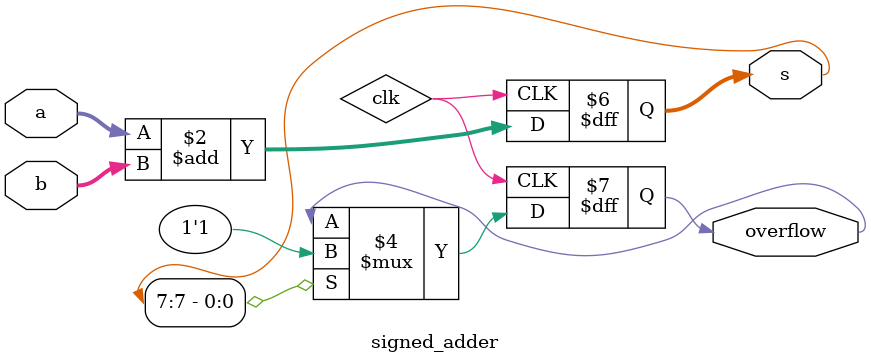
<source format=v>

module signed_adder(input [7:0] a,
    input [7:0] b,
    output [7:0] s,
    output overflow
); 

// The numbers a and b are added to the output s. 
// assign the occurence of the signed overflow of a and b to the output overflow.
// a signed overflow occurs if the most significant bits of a and b are low and the most significant bit of s is high
// a signed overflow may also occur if the most significant bits of a and b are high and the most significant bit of s is low


// The input a and b are left-justified in the input registers a and b. 
// The most significant bit of a and b is the bit that is shifted to the leftmost position in the output registers s and overflow.
// The bit of the output register s is shifted to the rightmost position in the output registers s and overflow. 
// The bit of the output register overflow is shifted to the rightmost position in the output registers s and overflow.

always @(posedge clk)
begin
  s <= a + b;
  if (s[7] == 1'b1)
    overflow <= 1;
end

endmodule

</source>
